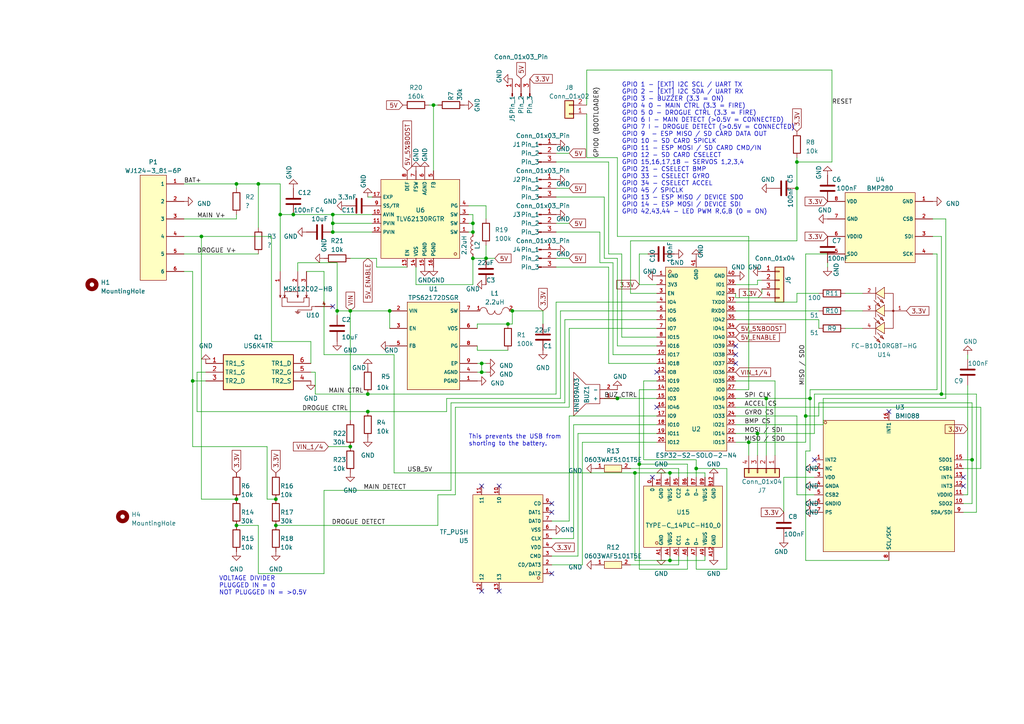
<source format=kicad_sch>
(kicad_sch (version 20231120) (generator "eeschema") (generator_version "8.0")
  (paper "A4")
  (junction (at 137.16 67.31))
  (junction (at 137.16 74.93))
  (junction (at 97.79 90.17))
  (junction (at 234.95 115.57))
  (junction (at 139.7 107.95))
  (junction (at 74.93 53.34))
  (junction (at 96.52 64.77))
  (junction (at 113.03 90.17))
  (junction (at 81.28 62.23))
  (junction (at 68.58 152.4))
  (junction (at 55.88 110.49))
  (junction (at 222.25 115.57))
  (junction (at 201.93 135.89))
  (junction (at 184.15 137.16))
  (junction (at 233.68 120.65))
  (junction (at 85.09 62.23))
  (junction (at 148.59 90.17))
  (junction (at 137.16 64.77))
  (junction (at 147.32 93.98))
  (junction (at 219.71 125.73))
  (junction (at 281.94 133.35))
  (junction (at 139.7 105.41))
  (junction (at 179.07 115.57))
  (junction (at 194.31 137.16))
  (junction (at 80.01 144.78))
  (junction (at 231.14 54.61))
  (junction (at 80.01 152.4))
  (junction (at 106.68 119.38))
  (junction (at 96.52 62.23))
  (junction (at 140.97 74.93))
  (junction (at 185.42 134.62))
  (junction (at 101.6 129.54))
  (junction (at 58.42 68.58))
  (junction (at 194.31 162.56))
  (junction (at 273.05 114.3))
  (junction (at 68.58 144.78))
  (junction (at 101.6 90.17))
  (junction (at 68.58 53.34))
  (junction (at 96.52 67.31))
  (junction (at 231.14 46.99))
  (junction (at 106.68 114.3))
  (junction (at 217.17 128.27))
  (junction (at 125.73 30.48))
  (no_connect (at 189.23 138.43))
  (no_connect (at 279.4 138.43))
  (no_connect (at 279.4 140.97))
  (no_connect (at 160.02 146.05))
  (no_connect (at 213.36 100.33))
  (no_connect (at 139.7 171.45))
  (no_connect (at 190.5 118.11))
  (no_connect (at 213.36 102.87))
  (no_connect (at 160.02 166.37))
  (no_connect (at 236.22 133.35))
  (no_connect (at 190.5 107.95))
  (no_connect (at 144.78 171.45))
  (no_connect (at 213.36 105.41))
  (no_connect (at 139.7 140.97))
  (no_connect (at 144.78 140.97))
  (no_connect (at 96.52 88.9))
  (no_connect (at 160.02 148.59))
  (no_connect (at 257.81 119.38))
  (wire (pts (xy 179.07 115.57) (xy 190.5 115.57)))
  (wire (pts (xy 93.98 142.24) (xy 130.81 142.24)))
  (wire (pts (xy 194.31 162.56) (xy 184.15 162.56)))
  (wire (pts (xy 166.37 156.21) (xy 166.37 123.19)))
  (wire (pts (xy 233.68 130.81) (xy 233.68 162.56)))
  (wire (pts (xy 140.97 63.5) (xy 140.97 59.69)))
  (wire (pts (xy 165.1 118.11) (xy 165.1 95.25)))
  (wire (pts (xy 162.56 90.17) (xy 190.5 90.17)))
  (wire (pts (xy 231.14 46.99) (xy 231.14 54.61)))
  (wire (pts (xy 186.69 110.49) (xy 186.69 133.35)))
  (wire (pts (xy 196.85 135.89) (xy 196.85 138.43)))
  (wire (pts (xy 138.43 101.6) (xy 138.43 100.33)))
  (wire (pts (xy 74.93 166.37) (xy 74.93 152.4)))
  (wire (pts (xy 222.25 115.57) (xy 234.95 115.57)))
  (wire (pts (xy 161.29 77.47) (xy 176.53 77.47)))
  (wire (pts (xy 238.76 115.57) (xy 274.32 115.57)))
  (wire (pts (xy 175.26 115.57) (xy 179.07 115.57)))
  (wire (pts (xy 234.95 130.81) (xy 233.68 130.81)))
  (wire (pts (xy 220.98 86.36) (xy 213.36 86.36)))
  (wire (pts (xy 233.68 73.66) (xy 240.03 73.66)))
  (wire (pts (xy 170.18 33.02) (xy 170.18 45.72)))
  (wire (pts (xy 182.88 135.89) (xy 196.85 135.89)))
  (wire (pts (xy 236.22 114.3) (xy 273.05 114.3)))
  (wire (pts (xy 165.1 74.93) (xy 161.29 74.93)))
  (wire (pts (xy 160.02 156.21) (xy 166.37 156.21)))
  (wire (pts (xy 273.05 68.58) (xy 270.51 68.58)))
  (wire (pts (xy 55.88 129.54) (xy 77.47 129.54)))
  (wire (pts (xy 271.78 113.03) (xy 271.78 73.66)))
  (wire (pts (xy 185.42 113.03) (xy 185.42 134.62)))
  (wire (pts (xy 241.3 20.32) (xy 241.3 46.99)))
  (wire (pts (xy 106.68 57.15) (xy 107.95 57.15)))
  (wire (pts (xy 86.36 78.74) (xy 86.36 76.2)))
  (wire (pts (xy 224.79 110.49) (xy 213.36 110.49)))
  (wire (pts (xy 236.22 114.3) (xy 236.22 125.73)))
  (wire (pts (xy 184.15 137.16) (xy 194.31 137.16)))
  (wire (pts (xy 217.17 128.27) (xy 217.17 132.08)))
  (wire (pts (xy 139.7 105.41) (xy 138.43 105.41)))
  (wire (pts (xy 91.44 107.95) (xy 90.17 107.95)))
  (wire (pts (xy 95.25 129.54) (xy 101.6 129.54)))
  (wire (pts (xy 167.64 161.29) (xy 167.64 125.73)))
  (wire (pts (xy 53.34 68.58) (xy 58.42 68.58)))
  (wire (pts (xy 185.42 134.62) (xy 185.42 165.1)))
  (wire (pts (xy 201.93 133.35) (xy 201.93 135.89)))
  (wire (pts (xy 58.42 144.78) (xy 68.58 144.78)))
  (wire (pts (xy 147.32 101.6) (xy 138.43 101.6)))
  (wire (pts (xy 190.5 113.03) (xy 185.42 113.03)))
  (wire (pts (xy 219.71 125.73) (xy 236.22 125.73)))
  (wire (pts (xy 280.67 102.87) (xy 280.67 104.14)))
  (wire (pts (xy 176.53 77.47) (xy 176.53 105.41)))
  (wire (pts (xy 74.93 53.34) (xy 81.28 53.34)))
  (wire (pts (xy 59.69 110.49) (xy 55.88 110.49)))
  (wire (pts (xy 165.1 95.25) (xy 190.5 95.25)))
  (wire (pts (xy 175.26 74.93) (xy 179.07 74.93)))
  (wire (pts (xy 219.71 81.28) (xy 220.98 81.28)))
  (wire (pts (xy 137.16 74.93) (xy 140.97 74.93)))
  (wire (pts (xy 130.81 142.24) (xy 130.81 116.84)))
  (wire (pts (xy 201.93 161.29) (xy 201.93 165.1)))
  (wire (pts (xy 170.18 30.48) (xy 170.18 20.32)))
  (wire (pts (xy 140.97 71.12) (xy 140.97 74.93)))
  (wire (pts (xy 204.47 138.43) (xy 204.47 137.16)))
  (wire (pts (xy 127 152.4) (xy 127 143.51)))
  (wire (pts (xy 160.02 151.13) (xy 165.1 151.13)))
  (wire (pts (xy 179.07 74.93) (xy 179.07 100.33)))
  (wire (pts (xy 210.82 135.89) (xy 201.93 135.89)))
  (wire (pts (xy 148.59 90.17) (xy 157.48 90.17)))
  (wire (pts (xy 162.56 115.57) (xy 129.54 115.57)))
  (wire (pts (xy 250.19 95.25) (xy 245.11 95.25)))
  (wire (pts (xy 109.22 77.47) (xy 118.11 77.47)))
  (wire (pts (xy 57.15 119.38) (xy 106.68 119.38)))
  (wire (pts (xy 219.71 125.73) (xy 219.71 132.08)))
  (wire (pts (xy 227.33 148.59) (xy 227.33 138.43)))
  (wire (pts (xy 270.51 63.5) (xy 274.32 63.5)))
  (wire (pts (xy 137.16 74.93) (xy 137.16 82.55)))
  (wire (pts (xy 139.7 105.41) (xy 139.7 107.95)))
  (wire (pts (xy 279.4 135.89) (xy 284.48 135.89)))
  (wire (pts (xy 194.31 137.16) (xy 194.31 138.43)))
  (wire (pts (xy 90.17 99.06) (xy 90.17 105.41)))
  (wire (pts (xy 204.47 137.16) (xy 194.31 137.16)))
  (wire (pts (xy 213.36 86.36) (xy 213.36 85.09)))
  (wire (pts (xy 177.8 76.2) (xy 173.99 76.2)))
  (wire (pts (xy 148.59 93.98) (xy 147.32 93.98)))
  (wire (pts (xy 240.03 77.47) (xy 240.03 76.2)))
  (wire (pts (xy 175.26 57.15) (xy 175.26 74.93)))
  (wire (pts (xy 179.07 68.58) (xy 179.07 45.72)))
  (wire (pts (xy 210.82 165.1) (xy 210.82 135.89)))
  (wire (pts (xy 279.4 146.05) (xy 281.94 146.05)))
  (wire (pts (xy 227.33 138.43) (xy 236.22 138.43)))
  (wire (pts (xy 113.03 90.17) (xy 113.03 95.25)))
  (wire (pts (xy 173.99 76.2) (xy 173.99 67.31)))
  (wire (pts (xy 109.22 74.93) (xy 109.22 77.47)))
  (wire (pts (xy 68.58 53.34) (xy 68.58 54.61)))
  (wire (pts (xy 91.44 114.3) (xy 106.68 114.3)))
  (wire (pts (xy 233.68 73.66) (xy 233.68 120.65)))
  (wire (pts (xy 279.4 148.59) (xy 283.21 148.59)))
  (wire (pts (xy 257.81 162.56) (xy 233.68 162.56)))
  (wire (pts (xy 220.98 83.82) (xy 220.98 85.09)))
  (wire (pts (xy 165.1 151.13) (xy 165.1 120.65)))
  (wire (pts (xy 68.58 53.34) (xy 74.93 53.34)))
  (wire (pts (xy 162.56 90.17) (xy 162.56 115.57)))
  (wire (pts (xy 182.88 163.83) (xy 196.85 163.83)))
  (wire (pts (xy 58.42 68.58) (xy 78.74 68.58)))
  (wire (pts (xy 237.49 116.84) (xy 237.49 120.65)))
  (wire (pts (xy 279.4 143.51) (xy 280.67 143.51)))
  (wire (pts (xy 132.08 143.51) (xy 132.08 118.11)))
  (wire (pts (xy 281.94 146.05) (xy 281.94 133.35)))
  (wire (pts (xy 140.97 59.69) (xy 135.89 59.69)))
  (wire (pts (xy 237.49 120.65) (xy 233.68 120.65)))
  (wire (pts (xy 97.79 90.17) (xy 97.79 91.44)))
  (wire (pts (xy 204.47 162.56) (xy 204.47 161.29)))
  (wire (pts (xy 96.52 67.31) (xy 96.52 64.77)))
  (wire (pts (xy 165.1 64.77) (xy 161.29 64.77)))
  (wire (pts (xy 231.14 87.63) (xy 213.36 87.63)))
  (wire (pts (xy 93.98 142.24) (xy 93.98 166.37)))
  (wire (pts (xy 120.65 77.47) (xy 120.65 82.55)))
  (wire (pts (xy 281.94 116.84) (xy 237.49 116.84)))
  (wire (pts (xy 165.1 44.45) (xy 161.29 44.45)))
  (wire (pts (xy 217.17 128.27) (xy 233.68 128.27)))
  (wire (pts (xy 163.83 116.84) (xy 163.83 92.71)))
  (wire (pts (xy 97.79 90.17) (xy 101.6 90.17)))
  (wire (pts (xy 199.39 165.1) (xy 199.39 161.29)))
  (wire (pts (xy 74.93 152.4) (xy 68.58 152.4)))
  (wire (pts (xy 271.78 73.66) (xy 270.51 73.66)))
  (wire (pts (xy 93.98 166.37) (xy 74.93 166.37)))
  (wire (pts (xy 161.29 57.15) (xy 175.26 57.15)))
  (wire (pts (xy 213.36 128.27) (xy 217.17 128.27)))
  (wire (pts (xy 93.98 78.74) (xy 88.9 78.74)))
  (wire (pts (xy 222.25 115.57) (xy 222.25 132.08)))
  (wire (pts (xy 93.98 102.87) (xy 114.3 102.87)))
  (wire (pts (xy 81.28 62.23) (xy 81.28 78.74)))
  (wire (pts (xy 130.81 116.84) (xy 163.83 116.84)))
  (wire (pts (xy 180.34 73.66) (xy 176.53 73.66)))
  (wire (pts (xy 86.36 76.2) (xy 97.79 76.2)))
  (wire (pts (xy 280.67 111.76) (xy 280.67 143.51)))
  (wire (pts (xy 233.68 128.27) (xy 233.68 120.65)))
  (wire (pts (xy 129.54 119.38) (xy 106.68 119.38)))
  (wire (pts (xy 168.91 128.27) (xy 190.5 128.27)))
  (wire (pts (xy 279.4 133.35) (xy 281.94 133.35)))
  (wire (pts (xy 53.34 73.66) (xy 74.93 73.66)))
  (wire (pts (xy 213.36 125.73) (xy 219.71 125.73)))
  (wire (pts (xy 273.05 114.3) (xy 273.05 68.58)))
  (wire (pts (xy 199.39 138.43) (xy 199.39 134.62)))
  (wire (pts (xy 182.88 69.85) (xy 231.14 69.85)))
  (wire (pts (xy 213.36 90.17) (xy 237.49 90.17)))
  (wire (pts (xy 77.47 144.78) (xy 80.01 144.78)))
  (wire (pts (xy 81.28 62.23) (xy 85.09 62.23)))
  (wire (pts (xy 234.95 113.03) (xy 271.78 113.03)))
  (wire (pts (xy 81.28 53.34) (xy 81.28 62.23)))
  (wire (pts (xy 250.19 90.17) (xy 245.11 90.17)))
  (wire (pts (xy 217.17 113.03) (xy 217.17 68.58)))
  (wire (pts (xy 194.31 161.29) (xy 194.31 162.56)))
  (wire (pts (xy 176.53 105.41) (xy 190.5 105.41)))
  (wire (pts (xy 213.36 120.65) (xy 231.14 120.65)))
  (wire (pts (xy 78.74 99.06) (xy 90.17 99.06)))
  (wire (pts (xy 185.42 165.1) (xy 199.39 165.1)))
  (wire (pts (xy 85.09 62.23) (xy 96.52 62.23)))
  (wire (pts (xy 231.14 45.72) (xy 231.14 46.99)))
  (wire (pts (xy 129.54 115.57) (xy 129.54 119.38)))
  (wire (pts (xy 125.73 30.48) (xy 127 30.48)))
  (wire (pts (xy 140.97 105.41) (xy 139.7 105.41)))
  (wire (pts (xy 190.5 85.09) (xy 182.88 85.09)))
  (wire (pts (xy 132.08 118.11) (xy 165.1 118.11)))
  (wire (pts (xy 234.95 130.81) (xy 234.95 115.57)))
  (wire (pts (xy 96.52 62.23) (xy 96.52 64.77)))
  (wire (pts (xy 135.89 67.31) (xy 137.16 67.31)))
  (wire (pts (xy 138.43 95.25) (xy 138.43 93.98)))
  (wire (pts (xy 250.19 85.09) (xy 245.11 85.09)))
  (wire (pts (xy 114.3 137.16) (xy 114.3 102.87)))
  (wire (pts (xy 219.71 81.28) (xy 219.71 82.55)))
  (wire (pts (xy 140.97 107.95) (xy 139.7 107.95)))
  (wire (pts (xy 274.32 63.5) (xy 274.32 115.57)))
  (wire (pts (xy 231.14 85.09) (xy 231.14 87.63)))
  (wire (pts (xy 157.48 93.98) (xy 157.48 90.17)))
  (wire (pts (xy 161.29 87.63) (xy 161.29 114.3)))
  (wire (pts (xy 80.01 152.4) (xy 127 152.4)))
  (wire (pts (xy 283.21 148.59) (xy 283.21 114.3)))
  (wire (pts (xy 140.97 74.93) (xy 143.51 74.93)))
  (wire (pts (xy 185.42 82.55) (xy 190.5 82.55)))
  (wire (pts (xy 161.29 87.63) (xy 190.5 87.63)))
  (wire (pts (xy 231.14 54.61) (xy 231.14 69.85)))
  (wire (pts (xy 161.29 46.99) (xy 176.53 46.99)))
  (wire (pts (xy 93.98 102.87) (xy 93.98 78.74)))
  (wire (pts (xy 160.02 163.83) (xy 168.91 163.83)))
  (wire (pts (xy 96.52 64.77) (xy 107.95 64.77)))
  (wire (pts (xy 284.48 135.89) (xy 284.48 118.11)))
  (wire (pts (xy 187.96 73.66) (xy 185.42 73.66)))
  (wire (pts (xy 77.47 129.54) (xy 77.47 144.78)))
  (wire (pts (xy 127 143.51) (xy 132.08 143.51)))
  (wire (pts (xy 238.76 123.19) (xy 238.76 115.57)))
  (wire (pts (xy 273.05 114.3) (xy 283.21 114.3)))
  (wire (pts (xy 55.88 110.49) (xy 55.88 78.74)))
  (wire (pts (xy 190.5 110.49) (xy 186.69 110.49)))
  (wire (pts (xy 179.07 100.33) (xy 190.5 100.33)))
  (wire (pts (xy 68.58 62.23) (xy 68.58 63.5)))
  (wire (pts (xy 234.95 115.57) (xy 234.95 113.03)))
  (wire (pts (xy 57.15 119.38) (xy 57.15 107.95)))
  (wire (pts (xy 201.93 135.89) (xy 201.93 138.43)))
  (wire (pts (xy 137.16 62.23) (xy 135.89 62.23)))
  (wire (pts (xy 101.6 90.17) (xy 113.03 90.17)))
  (wire (pts (xy 114.3 137.16) (xy 184.15 137.16)))
  (wire (pts (xy 177.8 102.87) (xy 177.8 76.2)))
  (wire (pts (xy 167.64 125.73) (xy 190.5 125.73)))
  (wire (pts (xy 194.31 162.56) (xy 204.47 162.56)))
  (wire (pts (xy 91.44 114.3) (xy 91.44 107.95)))
  (wire (pts (xy 241.3 46.99) (xy 231.14 46.99)))
  (wire (pts (xy 217.17 68.58) (xy 179.07 68.58)))
  (wire (pts (xy 170.18 45.72) (xy 179.07 45.72)))
  (wire (pts (xy 170.18 20.32) (xy 241.3 20.32)))
  (wire (pts (xy 57.15 107.95) (xy 59.69 107.95)))
  (wire (pts (xy 201.93 165.1) (xy 210.82 165.1)))
  (wire (pts (xy 219.71 82.55) (xy 213.36 82.55)))
  (wire (pts (xy 166.37 123.19) (xy 190.5 123.19)))
  (wire (pts (xy 53.34 63.5) (xy 68.58 63.5)))
  (wire (pts (xy 237.49 85.09) (xy 231.14 85.09)))
  (wire (pts (xy 173.99 67.31) (xy 161.29 67.31)))
  (wire (pts (xy 125.73 30.48) (xy 125.73 49.53)))
  (wire (pts (xy 180.34 97.79) (xy 180.34 73.66)))
  (wire (pts (xy 284.48 118.11) (xy 213.36 118.11)))
  (wire (pts (xy 213.36 115.57) (xy 222.25 115.57)))
  (wire (pts (xy 176.53 73.66) (xy 176.53 46.99)))
  (wire (pts (xy 213.36 123.19) (xy 238.76 123.19)))
  (wire (pts (xy 96.52 62.23) (xy 107.95 62.23)))
  (wire (pts (xy 163.83 92.71) (xy 190.5 92.71)))
  (wire (pts (xy 137.16 67.31) (xy 137.16 64.77)))
  (wire (pts (xy 55.88 78.74) (xy 53.34 78.74)))
  (wire (pts (xy 165.1 54.61) (xy 161.29 54.61)))
  (wire (pts (xy 165.1 120.65) (xy 190.5 120.65)))
  (wire (pts (xy 196.85 163.83) (xy 196.85 161.29)))
  (wire (pts (xy 184.15 162.56) (xy 184.15 137.16)))
  (wire (pts (xy 120.65 82.55) (xy 137.16 82.55)))
  (wire (pts (xy 199.39 134.62) (xy 185.42 134.62)))
  (wire (pts (xy 139.7 107.95) (xy 138.43 107.95)))
  (wire (pts (xy 213.36 113.03) (xy 217.17 113.03)))
  (wire (pts (xy 180.34 97.79) (xy 190.5 97.79)))
  (wire (pts (xy 53.34 53.34) (xy 68.58 53.34)))
  (wire (pts (xy 281.94 133.35) (xy 281.94 116.84)))
  (wire (pts (xy 160.02 161.29) (xy 167.64 161.29)))
  (wire (pts (xy 138.43 93.98) (xy 147.32 93.98)))
  (wire (pts (xy 224.79 132.08) (xy 224.79 110.49)))
  (wire (pts (xy 231.14 143.51) (xy 236.22 143.51)))
  (wire (pts (xy 78.74 68.58) (xy 78.74 99.06)))
  (wire (pts (xy 96.52 67.31) (xy 107.95 67.31)))
  (wire (pts (xy 237.49 92.71) (xy 237.49 95.25)))
  (wire (pts (xy 101.6 90.17) (xy 101.6 121.92)))
  (wire (pts (xy 101.6 74.93) (xy 109.22 74.93)))
  (wire (pts (xy 182.88 85.09) (xy 182.88 69.85)))
  (wire (pts (xy 177.8 102.87) (xy 190.5 102.87)))
  (wire (pts (xy 106.68 114.3) (xy 161.29 114.3)))
  (wire (pts (xy 58.42 68.58) (xy 58.42 144.78)))
  (wire (pts (xy 124.46 30.48) (xy 125.73 30.48)))
  (wire (pts (xy 97.79 76.2) (xy 97.79 90.17)))
  (wire (pts (xy 148.59 90.17) (xy 148.59 93.98)))
  (wire (pts (xy 186.69 133.35) (xy 201.93 133.35)))
  (wire (pts (xy 185.42 73.66) (xy 185.42 82.55)))
  (wire (pts (xy 231.14 120.65) (xy 231.14 143.51)))
  (wire (pts (xy 213.36 92.71) (xy 237.49 92.71)))
  (wire (pts (xy 137.16 64.77) (xy 137.16 62.23)))
  (wire (pts (xy 135.89 64.77) (xy 137.16 64.77)))
  (wire (pts (xy 55.88 110.49) (xy 55.88 129.54)))
  (wire (pts (xy 74.93 53.34) (xy 74.93 66.04)))
  (wire (pts (xy 168.91 163.83) (xy 168.91 128.27)))
  (text "This prevents the USB from\nshorting to the battery." (at 135.89 129.54 0) (effects (font (size 1.27 1.27)) (justify left bottom)))
  (text "VOLTAGE DIVIDER\nPLUGGED IN = 0\nNOT PLUGGED IN = >0.5V" (at 63.5 172.72 0) (effects (font (size 1.27 1.27)) (justify left bottom)))
  (text "GPIO 1 - [EXT] I2C SCL / UART TX\nGPIO 2 - [EXT] I2C SDA / UART RX\nGPIO 3 - BUZZER (3.3 = ON)\nGPIO 4 O - MAIN CTRL (3.3 = FIRE)\nGPIO 5 O - DROGUE CTRL (3.3 = FIRE)\nGPIO 6 I - MAIN DETECT (>0.5V = CONNECTED)\nGPIO 7 I - DROGUE DETECT (>0.5V = CONNECTED)\nGPIO 9  - ESP MISO / SD CARD DATA OUT\nGPIO 10 - SD CARD SPICLK\nGPIO 11 - ESP MOSI / SD CARD CMD/IN\nGPIO 12 - SD CARD CSELECT\nGPIO 15,16,17,18 - SERVOS 1,2,3,4\nGPIO 21 - CSELECT BMP\nGPIO 33 - CSELECT GYRO\nGPIO 34 - CSELECT ACCEL\nGPIO 45 / SPICLK\nGPIO 13 - ESP MISO / DEVICE SDO\nGPIO 14 - ESP MOSI / DEVICE SDI\nGPIO 42,43,44 - LED PWM R,G,B (0 = ON)\n" (at 180.34 62.23 0) (effects (font (size 1.27 1.27)) (justify left bottom)))
  (label "MOSI {slash} SDI" (at 215.9 125.73 0))
  (label "DROGUE CTRL" (at 87.63 119.38 0))
  (label "RESET" (at 241.3 30.48 0))
  (label "MAIN V+" (at 57.15 63.5 0))
  (label "MISO {slash} SDO" (at 215.9 128.27 0))
  (label "BAT+" (at 53.34 53.34 0))
  (label "BMP CS" (at 215.9 123.19 0))
  (label "USB_5V" (at 118.11 137.16 0))
  (label "MAIN CTRL" (at 95.25 114.3 0))
  (label "BUZ_CTRL" (at 175.26 115.57 0))
  (label "DROGUE DETECT" (at 111.76 152.4 180))
  (label "ACCEL CS" (at 215.9 118.11 0))
  (label "GYRO CS" (at 215.9 120.65 0))
  (label "MAIN DETECT" (at 105.41 142.24 0))
  (label "SPI CLK" (at 215.9 115.57 0))
  (label "GPIO0 (BOOTLOADER)" (at 173.99 45.72 90))
  (label "MISO {slash} SDO" (at 233.68 111.76 90))
  (label "DROGUE V+" (at 57.15 73.66 0))
  (global_label "5V_ENABLE" (shape input) (at 106.68 74.93 270) (property "Intersheetrefs" "${INTERSHEET_REFS}" (effects (hide yes))))
  (global_label "3.3V" (shape input) (at 262.89 90.17 0) (property "Intersheetrefs" "${INTERSHEET_REFS}" (effects (hide yes))))
  (global_label "3.3V" (shape input) (at 231.14 38.1 90) (property "Intersheetrefs" "${INTERSHEET_REFS}" (effects (hide yes))))
  (global_label "5V_ENABLE" (shape input) (at 213.36 97.79 0) (property "Intersheetrefs" "${INTERSHEET_REFS}" (effects (hide yes))))
  (global_label "3.3V" (shape input) (at 240.03 58.42 180) (property "Intersheetrefs" "${INTERSHEET_REFS}" (effects (hide yes))))
  (global_label "3.3V" (shape input) (at 153.67 22.86 0) (property "Intersheetrefs" "${INTERSHEET_REFS}" (effects (hide yes))))
  (global_label "5V" (shape input) (at 143.51 74.93 0) (property "Intersheetrefs" "${INTERSHEET_REFS}" (effects (hide yes))))
  (global_label "5V" (shape input) (at 151.13 22.86 90) (property "Intersheetrefs" "${INTERSHEET_REFS}" (effects (hide yes))))
  (global_label "5V" (shape input) (at 165.1 74.93 0) (property "Intersheetrefs" "${INTERSHEET_REFS}" (effects (hide yes))))
  (global_label "3.3V" (shape input) (at 240.03 68.58 180) (property "Intersheetrefs" "${INTERSHEET_REFS}" (effects (hide yes))))
  (global_label "5V" (shape input) (at 165.1 54.61 0) (property "Intersheetrefs" "${INTERSHEET_REFS}" (effects (hide yes))))
  (global_label "3.3V" (shape input) (at 160.02 158.75 0) (property "Intersheetrefs" "${INTERSHEET_REFS}" (effects (hide yes))))
  (global_label "5V_5%BOOST" (shape input) (at 118.11 49.53 90) (property "Intersheetrefs" "${INTERSHEET_REFS}" (effects (hide yes))))
  (global_label "VIN_1{slash}4" (shape input) (at 213.36 107.95 0) (property "Intersheetrefs" "${INTERSHEET_REFS}" (effects (hide yes))))
  (global_label "5V" (shape input) (at 116.84 30.48 180) (property "Intersheetrefs" "${INTERSHEET_REFS}" (effects (hide yes))))
  (global_label "3.3V" (shape input) (at 280.67 124.46 180) (property "Intersheetrefs" "${INTERSHEET_REFS}" (effects (hide yes))))
  (global_label "5V" (shape input) (at 165.1 64.77 0) (property "Intersheetrefs" "${INTERSHEET_REFS}" (effects (hide yes))))
  (global_label "3.3V" (shape input) (at 185.42 82.55 180) (property "Intersheetrefs" "${INTERSHEET_REFS}" (effects (hide yes))))
  (global_label "3.3V" (shape input) (at 220.98 85.09 180) (property "Intersheetrefs" "${INTERSHEET_REFS}" (effects (hide yes))))
  (global_label "3.3V" (shape input) (at 227.33 148.59 180) (property "Intersheetrefs" "${INTERSHEET_REFS}" (effects (hide yes))))
  (global_label "3.3V" (shape input) (at 68.58 137.16 90) (property "Intersheetrefs" "${INTERSHEET_REFS}" (effects (hide yes))))
  (global_label "3.3V" (shape input) (at 80.01 137.16 90) (property "Intersheetrefs" "${INTERSHEET_REFS}" (effects (hide yes))))
  (global_label "5V_5%BOOST" (shape input) (at 213.36 95.25 0) (property "Intersheetrefs" "${INTERSHEET_REFS}" (effects (hide yes))))
  (global_label "VIN" (shape input) (at 101.6 90.17 90) (property "Intersheetrefs" "${INTERSHEET_REFS}" (effects (hide yes))))
  (global_label "3.3V" (shape input) (at 157.48 90.17 90) (property "Intersheetrefs" "${INTERSHEET_REFS}" (effects (hide yes))))
  (global_label "5V" (shape input) (at 165.1 44.45 0) (property "Intersheetrefs" "${INTERSHEET_REFS}" (effects (hide yes))))
  (global_label "VIN_1{slash}4" (shape input) (at 95.25 129.54 180) (property "Intersheetrefs" "${INTERSHEET_REFS}" (effects (hide yes))))
  (symbol (lib_id "power:GND") (at 213.36 80.01 90) (unit 1)
    (property "Reference" "#PWR010" (effects (hide yes)))
    (property "Value" "GND" (at 212.09 77.47 90) (effects (justify right)))
  )
  (symbol (lib_id "power:GND") (at 80.01 160.02 0) (unit 1)
    (property "Reference" "#PWR049" (effects (hide yes)))
    (property "Value" "GND" (at 80.01 165.1 0))
  )
  (symbol (lib_id "Connector:Conn_01x03_Pin") (at 156.21 74.93 0) (unit 1)
    (property "Reference" "J4" (at 149.86 72.39 0))
    (property "Value" "Conn_01x03_Pin" (at 157.48 69.85 0))
    (property "Footprint" "Connector_PinHeader_2.54mm:PinHeader_1x03_P2.54mm_Vertical" (effects (hide yes)))
  )
  (symbol (lib_id "power:GND") (at 53.34 58.42 90) (unit 1)
    (property "Reference" "#PWR02" (effects (hide yes)))
    (property "Value" "GND" (at 57.15 59.055 90) (effects (justify right)))
  )
  (symbol (lib_id "polaris-sym:TLV62130RGTR") (at 121.92 63.5 180) (unit 1)
    (property "Reference" "U6" (at 121.92 60.96 0))
    (property "Value" "TLV62130RGTR" (at 121.92 63.5 0))
    (property "Footprint" "polaris-fp:QFN-16_L3.0-W3.0-P0.50-TL-EP" (effects (hide yes)))
    (property "Datasheet" "https://item.szlcsc.com/58158.html" (effects (hide yes)))
    (property "LCSC" "C122479" (effects (hide yes)))
  )
  (symbol (lib_id "power:GND") (at 223.52 54.61 270) (unit 1)
    (property "Reference" "#PWR025" (effects (hide yes)))
    (property "Value" "GND" (at 224.79 52.07 90) (effects (justify right)))
  )
  (symbol (lib_id "power:GND") (at 236.22 148.59 270) (unit 1)
    (property "Reference" "#PWR032" (effects (hide yes)))
    (property "Value" "GND" (at 237.49 148.59 90) (effects (justify right)))
  )
  (symbol (lib_id "power:GND") (at 106.68 106.68 180) (unit 1)
    (property "Reference" "#PWR023" (effects (hide yes)))
    (property "Value" "GND" (at 104.14 106.68 0))
  )
  (symbol (lib_id "power:GND") (at 123.19 77.47 0) (unit 1)
    (property "Reference" "#PWR04" (effects (hide yes)))
    (property "Value" "GND" (at 123.19 81.28 0))
  )
  (symbol (lib_id "power:GND") (at 207.01 161.29 0) (unit 1)
    (property "Reference" "#PWR044" (effects (hide yes)))
    (property "Value" "GND" (at 207.01 166.37 0))
  )
  (symbol (lib_id "Device:R") (at 140.97 67.31 0) (unit 1)
    (property "Reference" "R19" (at 143.51 66.675 0) (effects (justify left)))
    (property "Value" "100k" (at 143.51 69.215 0) (effects (justify left)))
    (property "Footprint" "Resistor_SMD:R_0603_1608Metric" (effects (hide yes)))
  )
  (symbol (lib_id "power:GND") (at 240.03 63.5 270) (unit 1)
    (property "Reference" "#PWR06" (effects (hide yes)))
    (property "Value" "GND" (at 241.3 60.96 90) (effects (justify right)))
  )
  (symbol (lib_id "Connector_Generic:Conn_01x04") (at 226.06 81.28 0) (unit 1)
    (property "Reference" "J6" (at 228.6 81.28 90))
    (property "Value" "Conn_01x04" (at 224.79 74.93 0))
    (property "Footprint" "Connector_PinHeader_2.54mm:PinHeader_1x04_P2.54mm_Vertical" (effects (hide yes)))
  )
  (symbol (lib_id "Device:C") (at 191.77 73.66 90) (unit 1)
    (property "Reference" "C10" (at 189.23 76.2 0) (effects (justify left)))
    (property "Value" "100nF" (at 194.31 76.2 0) (effects (justify left)))
    (property "Footprint" "Capacitor_SMD:C_0402_1005Metric" (effects (hide yes)))
  )
  (symbol (lib_id "polaris-sym:BMI088") (at 257.81 140.97 0) (unit 1)
    (property "Reference" "U3" (at 259.6309 118.11 0) (effects (justify left)))
    (property "Value" "BMI088" (at 259.6309 120.65 0) (effects (justify left)))
    (property "Footprint" "polaris-fp:LGA-16_L4.5-W3.0-P0.50-BL" (effects (hide yes)))
    (property "Datasheet" "https://item.szlcsc.com/202245.html" (effects (hide yes)))
    (property "LCSC" "C194919" (effects (hide yes)))
  )
  (symbol (lib_id "power:GND") (at 101.6 137.16 0) (unit 1)
    (property "Reference" "#PWR050" (effects (hide yes)))
    (property "Value" "GND" (at 101.6 142.24 0))
  )
  (symbol (lib_id "power:GND") (at 236.22 140.97 270) (unit 1)
    (property "Reference" "#PWR09" (effects (hide yes)))
    (property "Value" "GND" (at 237.49 140.97 90) (effects (justify right)))
  )
  (symbol (lib_id "power:GND") (at 270.51 58.42 90) (unit 1)
    (property "Reference" "#PWR07" (effects (hide yes)))
    (property "Value" "GND" (at 274.32 59.055 90) (effects (justify right)))
  )
  (symbol (lib_id "power:GND") (at 100.33 59.69 270) (unit 1)
    (property "Reference" "#PWR055" (effects (hide yes)))
    (property "Value" "GND" (at 97.79 58.42 90) (effects (justify right)))
  )
  (symbol (lib_id "Device:R") (at 241.3 95.25 270) (unit 1)
    (property "Reference" "R9" (at 241.3 95.25 90))
    (property "Value" "51" (at 236.22 96.52 90))
    (property "Footprint" "Resistor_SMD:R_0603_1608Metric" (effects (hide yes)))
  )
  (symbol (lib_id "power:GND") (at 172.72 163.83 270) (unit 1)
    (property "Reference" "#PWR045" (effects (hide yes)))
    (property "Value" "GND" (at 168.91 164.465 90) (effects (justify right)))
  )
  (symbol (lib_id "power:GND") (at 191.77 161.29 0) (unit 1)
    (property "Reference" "#PWR041" (effects (hide yes)))
    (property "Value" "GND" (at 191.77 166.37 0))
  )
  (symbol (lib_id "power:GND") (at 85.09 54.61 180) (unit 1)
    (property "Reference" "#PWR056" (effects (hide yes)))
    (property "Value" "GND" (at 83.82 52.07 90) (effects (justify right)))
  )
  (symbol (lib_id "polaris-sym:ESP32-S2-SOLO-2-N4") (at 201.93 104.14 0) (unit 1)
    (property "Reference" "U2" (at 201.93 124.46 0))
    (property "Value" "ESP32-S2-SOLO-2-N4" (at 201.93 132.08 0))
    (property "Footprint" "polaris-fp:WIRELM-SMD_ESP32-S3-WROOM-1" (effects (hide yes)))
    (property "Datasheet" "https://www.mouser.cn/datasheet/2/891/Espressif_ESP32_S3_WROOM_1_1U_Preliminary-2530171.pdf" (effects (hide yes)))
    (property "LCSC" "C3040594" (effects (hide yes)))
  )
  (symbol (lib_id "power:GND") (at 68.58 160.02 0) (unit 1)
    (property "Reference" "#PWR048" (effects (hide yes)))
    (property "Value" "GND" (at 68.58 165.1 0))
  )
  (symbol (lib_id "Device:C") (at 92.71 67.31 270) (unit 1)
    (property "Reference" "C4" (at 92.71 60.96 90))
    (property "Value" "10uF" (at 92.71 63.5 90))
    (property "Footprint" "Capacitor_SMD:C_0805_2012Metric" (effects (hide yes)))
  )
  (symbol (lib_id "power:GND") (at 236.22 135.89 270) (unit 1)
    (property "Reference" "#PWR029" (effects (hide yes)))
    (property "Value" "GND" (at 237.49 135.89 90) (effects (justify right)))
  )
  (symbol (lib_id "Device:R") (at 101.6 133.35 0) (unit 1)
    (property "Reference" "R23" (at 96.52 133.35 0) (effects (justify left)))
    (property "Value" "10k" (at 96.52 135.89 0) (effects (justify left)))
    (property "Footprint" "Resistor_SMD:R_0603_1608Metric" (effects (hide yes)))
  )
  (symbol (lib_id "power:GND") (at 97.79 99.06 0) (unit 1)
    (property "Reference" "#PWR016" (effects (hide yes)))
    (property "Value" "GND" (at 101.6 101.6 0))
  )
  (symbol (lib_id "power:GND") (at 191.77 138.43 180) (unit 1)
    (property "Reference" "#PWR043" (effects (hide yes)))
    (property "Value" "GND" (at 191.77 134.62 0))
  )
  (symbol (lib_id "Mechanical:MountingHole") (at 26.67 82.55 0) (unit 1)
    (property "Reference" "H1" (at 29.21 81.915 0) (effects (justify left)))
    (property "Value" "MountingHole" (at 29.21 84.455 0) (effects (justify left)))
    (property "Footprint" "MountingHole:MountingHole_3.2mm_M3_Pad" (effects (hide yes)))
  )
  (symbol (lib_id "polaris-sym:FC-B1010RGBT-HG") (at 255.27 90.17 180) (unit 1)
    (property "Reference" "U14" (at 256.413 102.87 0))
    (property "Value" "FC-B1010RGBT-HG" (at 256.413 100.33 0))
    (property "Footprint" "polaris-fp:LED-ARRAY-SMD_4P-L1.0-W1.0-TR-RD" (effects (hide yes)))
    (property "Datasheet" "https://item.szlcsc.com/169447.html" (effects (hide yes)))
    (property "LCSC" "C158099" (effects (hide yes)))
  )
  (symbol (lib_id "Connector:Conn_01x03_Pin") (at 151.13 27.94 90) (unit 1)
    (property "Reference" "J5" (at 148.59 34.29 0))
    (property "Value" "Conn_01x03_Pin" (at 151.13 16.51 90))
    (property "Footprint" "Connector_PinHeader_2.54mm:PinHeader_1x03_P2.54mm_Vertical" (effects (hide yes)))
  )
  (symbol (lib_id "Connector:Conn_01x03_Pin") (at 156.21 54.61 0) (unit 1)
    (property "Reference" "J2" (at 149.86 52.07 0))
    (property "Value" "Conn_01x03_Pin" (at 157.48 49.53 0))
    (property "Footprint" "Connector_PinHeader_2.54mm:PinHeader_1x03_P2.54mm_Vertical" (effects (hide yes)))
  )
  (symbol (lib_id "power:GND") (at 59.69 105.41 180) (unit 1)
    (property "Reference" "#PWR058" (effects (hide yes)))
    (property "Value" "GND" (at 59.69 100.33 0))
  )
  (symbol (lib_id "Device:C") (at 240.03 72.39 0) (unit 1)
    (property "Reference" "C7" (at 241.3 69.85 0) (effects (justify left)))
    (property "Value" "100nF" (at 240.03 74.93 0) (effects (justify left)))
    (property "Footprint" "Capacitor_SMD:C_0402_1005Metric" (effects (hide yes)))
  )
  (symbol (lib_id "polaris-sym:WJ124-3_81-6P") (at 48.26 66.04 0) (unit 1)
    (property "Reference" "P1" (at 44.45 46.99 0))
    (property "Value" "WJ124-3_81-6P" (at 44.45 49.53 0))
    (property "Footprint" "polaris-fp:CONN-TH_6P-P3.81_WJ124-3.81-6P" (effects (hide yes)))
    (property "Datasheet" "https://item.szlcsc.com/70904.html" (effects (hide yes)))
    (property "LCSC" "C69810" (effects (hide yes)))
  )
  (symbol (lib_id "Device:R") (at 68.58 58.42 0) (unit 1)
    (property "Reference" "R2" (at 71.12 57.1499 0) (effects (justify left)))
    (property "Value" "?" (at 71.12 59.6899 0) (effects (justify left)))
    (property "Footprint" "Resistor_SMD:R_0603_1608Metric" (effects (hide yes)))
  )
  (symbol (lib_id "power:GND") (at 161.29 72.39 90) (unit 1)
    (property "Reference" "#PWR037" (effects (hide yes)))
    (property "Value" "GND" (at 161.29 73.66 90) (effects (justify right)))
  )
  (symbol (lib_id "power:GND") (at 195.58 73.66 90) (unit 1)
    (property "Reference" "#PWR047" (effects (hide yes)))
    (property "Value" "GND" (at 194.31 76.2 90) (effects (justify right)))
  )
  (symbol (lib_id "Device:R") (at 80.01 140.97 0) (unit 1)
    (property "Reference" "R16" (at 81.28 140.97 0) (effects (justify left)))
    (property "Value" "10k" (at 81.28 143.51 0) (effects (justify left)))
    (property "Footprint" "Resistor_SMD:R_0603_1608Metric" (effects (hide yes)))
  )
  (symbol (lib_id "Connector_Generic:Conn_01x02") (at 165.1 33.02 180) (unit 1) (in_bom no)
    (property "Reference" "J8" (at 165.1 25.4 0))
    (property "Value" "Conn_01x02" (at 165.1 27.94 0))
    (property "Footprint" "Connector_PinHeader_2.54mm:PinHeader_1x02_P2.54mm_Vertical" (effects (hide yes)))
  )
  (symbol (lib_id "Connector:Conn_01x03_Pin") (at 156.21 64.77 0) (unit 1)
    (property "Reference" "J3" (at 149.86 62.23 0))
    (property "Value" "Conn_01x03_Pin" (at 157.48 59.69 0))
    (property "Footprint" "Connector_PinHeader_2.54mm:PinHeader_1x03_P2.54mm_Vertical" (effects (hide yes)))
  )
  (symbol (lib_id "Device:R") (at 120.65 30.48 90) (unit 1)
    (property "Reference" "R20" (at 120.65 25.4 90))
    (property "Value" "160k" (at 120.65 27.94 90))
    (property "Footprint" "Resistor_SMD:R_0603_1608Metric" (effects (hide yes)))
  )
  (symbol (lib_id "power:GND") (at 120.65 49.53 180) (unit 1)
    (property "Reference" "#PWR053" (effects (hide yes)))
    (property "Value" "GND" (at 120.65 46.99 90) (effects (justify right)))
  )
  (symbol (lib_id "Device:C") (at 104.14 59.69 90) (unit 1)
    (property "Reference" "C11" (at 101.0118 60.9648 90))
    (property "Value" "3.3nF" (at 100.6931 57.204 90))
    (property "Footprint" "Capacitor_SMD:C_0402_1005Metric" (effects (hide yes)))
  )
  (symbol (lib_id "polaris-sym:BMP280") (at 255.27 66.04 0) (unit 1)
    (property "Reference" "U4" (at 255.27 52.07 0))
    (property "Value" "BMP280" (at 255.27 54.61 0))
    (property "Footprint" "polaris-fp:LGA-8_L2.5-W2.0-P0.65_AMP6127" (effects (hide yes)))
    (property "Datasheet" "https://cn.bing.com/search?q=datasheet%3A+%20AMP6127" (effects (hide yes)))
    (property "LCSC" "C83291" (effects (hide yes)))
  )
  (symbol (lib_id "power:GND") (at 157.48 101.6 0) (unit 1)
    (property "Reference" "#PWR017" (effects (hide yes)))
    (property "Value" "GND" (at 157.48 106.68 0))
  )
  (symbol (lib_id "power:GND") (at 280.67 102.87 180) (unit 1)
    (property "Reference" "#PWR031" (effects (hide yes)))
    (property "Value" "GND" (at 279.4 99.06 0) (effects (justify right)))
  )
  (symbol (lib_id "power:GND") (at 172.72 135.89 270) (unit 1)
    (property "Reference" "#PWR046" (effects (hide yes)))
    (property "Value" "GND" (at 168.91 136.525 90) (effects (justify right)))
  )
  (symbol (lib_id "power:GND") (at 240.03 77.47 0) (unit 1)
    (property "Reference" "#PWR028" (effects (hide yes)))
    (property "Value" "GND" (at 242.57 76.2 90) (effects (justify right)))
  )
  (symbol (lib_id "Device:R") (at 74.93 69.85 0) (unit 1)
    (property "Reference" "R3" (at 77.47 68.5799 0) (effects (justify left)))
    (property "Value" "?" (at 77.47 71.1199 0) (effects (justify left)))
    (property "Footprint" "Resistor_SMD:R_0603_1608Metric" (effects (hide yes)))
  )
  (symbol (lib_id "Device:R") (at 68.58 156.21 0) (unit 1)
    (property "Reference" "R15" (at 69.85 156.21 0) (effects (justify left)))
    (property "Value" "10k" (at 69.85 158.75 0) (effects (justify left)))
    (property "Footprint" "Resistor_SMD:R_0603_1608Metric" (effects (hide yes)))
  )
  (symbol (lib_id "Device:R") (at 101.6 125.73 0) (unit 1)
    (property "Reference" "R22" (at 96.52 125.73 0) (effects (justify left)))
    (property "Value" "30k" (at 96.52 128.27 0) (effects (justify left)))
    (property "Footprint" "Resistor_SMD:R_0603_1608Metric" (effects (hide yes)))
  )
  (symbol (lib_id "Device:R") (at 231.14 41.91 180) (unit 1)
    (property "Reference" "R8" (at 233.68 41.275 0) (effects (justify right)))
    (property "Value" "10k" (at 233.68 43.815 0) (effects (justify right)))
    (property "Footprint" "Resistor_SMD:R_0603_1608Metric" (effects (hide yes)))
  )
  (symbol (lib_id "Device:C") (at 97.79 95.25 0) (unit 1)
    (property "Reference" "C2" (at 99.06 92.71 0) (effects (justify left)))
    (property "Value" "10uF" (at 99.06 97.79 0) (effects (justify left)))
    (property "Footprint" "Capacitor_SMD:C_0805_2012Metric" (effects (hide yes)))
  )
  (symbol (lib_id "Device:R") (at 68.58 148.59 0) (unit 1)
    (property "Reference" "R14" (at 69.85 148.59 0) (effects (justify left)))
    (property "Value" "30k" (at 69.85 151.13 0) (effects (justify left)))
    (property "Footprint" "Resistor_SMD:R_0603_1608Metric" (effects (hide yes)))
  )
  (symbol (lib_id "Device:R") (at 97.79 74.93 90) (unit 1)
    (property "Reference" "R21" (at 97.79 69.85 90))
    (property "Value" "10k" (at 97.79 72.39 90))
    (property "Footprint" "Resistor_SMD:R_0603_1608Metric" (effects (hide yes)))
  )
  (symbol (lib_id "polaris-sym:0603WAF5101T5E") (at 177.8 135.89 0) (unit 1)
    (property "Reference" "R13" (at 177.8 130.81 0))
    (property "Value" "0603WAF5101T5E" (at 177.8 133.35 0))
    (property "Footprint" "polaris-fp:R0603" (effects (hide yes)))
    (property "Datasheet" "https://www.mouser.in/datasheet/2/447/PYu_RT_1_to_0_01_RoHS_L_11-1669912.pdf" (effects (hide yes)))
    (property "LCSC" "C23186" (effects (hide yes)))
    (property "Resistance" "5.1kΩ" (effects (hide yes)))
  )
  (symbol (lib_id "Device:R") (at 106.68 123.19 0) (unit 1)
    (property "Reference" "R4" (at 109.22 122.555 0) (effects (justify left)))
    (property "Value" "10k" (at 109.22 125.095 0) (effects (justify left)))
    (property "Footprint" "Resistor_SMD:R_0603_1608Metric" (effects (hide yes)))
  )
  (symbol (lib_id "polaris-sym:MSK12C02-HB") (at 83.82 88.9 0) (unit 1)
    (property "Reference" "U10" (at 92.71 91.44 0) (effects (justify right)))
    (property "Value" "MSK12C02-HB" (at 96.52 83.82 0) (effects (justify right)))
    (property "Footprint" "polaris-fp:SW-TH_MSK12C02-HB-1" (effects (hide yes)))
    (property "Datasheet" "https://atta.szlcsc.com/upload/public/pdf/source/20190925/C431541_43A76A06FD86AD8E3069A6BFECE3ABC5.pdf" (effects (hide yes)))
    (property "LCSC" "C431541" (effects (hide yes)))
  )
  (symbol (lib_id "Device:C") (at 140.97 78.74 0) (unit 1)
    (property "Reference" "C3" (at 140.97 81.28 0) (effects (justify left)))
    (property "Value" "22uF" (at 138.43 76.2 0) (effects (justify left)))
    (property "Footprint" "Capacitor_SMD:C_0603_1608Metric" (effects (hide yes)))
  )
  (symbol (lib_id "Device:C") (at 227.33 152.4 0) (unit 1)
    (property "Reference" "C8" (at 228.6 149.86 0) (effects (justify left)))
    (property "Value" "100nF" (at 227.33 154.94 0) (effects (justify left)))
    (property "Footprint" "Capacitor_SMD:C_0402_1005Metric" (effects (hide yes)))
  )
  (symbol (lib_id "Device:R") (at 147.32 97.79 0) (unit 1)
    (property "Reference" "R1" (at 149.86 97.155 0) (effects (justify left)))
    (property "Value" "100k" (at 149.86 99.695 0) (effects (justify left)))
    (property "Footprint" "Resistor_SMD:R_0603_1608Metric" (effects (hide yes)))
  )
  (symbol (lib_id "power:GND") (at 140.97 105.41 90) (unit 1)
    (property "Reference" "#PWR015" (effects (hide yes)))
    (property "Value" "GND" (at 144.78 106.045 90) (effects (justify right)))
  )
  (symbol (lib_id "polaris-sym:TYPE-C_14PLC-H10_0") (at 198.12 149.86 90) (unit 1)
    (property "Reference" "U15" (at 196.165 148.5535 90) (effects (justify right)))
    (property "Value" "TYPE-C_14PLC-H10_0" (at 187.1728 152.3929 90) (effects (justify right)))
    (property "Footprint" "polaris-fp:USB-C-TH_SHOUHAN_TYPE-C-14PLC-H10.0" (effects (hide yes)))
    (property "Datasheet" "https://atta.szlcsc.com/upload/public/pdf/source/20220627/CFB3153B5198106DD3F3B6B367CF40F3.pdf" (effects (hide yes)))
    (property "LCSC" "C3151746" (effects (hide yes)))
  )
  (symbol (lib_id "Device:R") (at 130.81 30.48 90) (unit 1)
    (property "Reference" "R7" (at 130.81 29.21 0) (effects (justify left)))
    (property "Value" "30k" (at 133.35 29.21 0) (effects (justify left)))
    (property "Footprint" "Resistor_SMD:R_0603_1608Metric" (effects (hide yes)))
  )
  (symbol (lib_id "power:GND") (at 90.17 110.49 0) (unit 1)
    (property "Reference" "#PWR057" (effects (hide yes)))
    (property "Value" "GND" (at 90.17 115.57 0))
  )
  (symbol (lib_id "polaris-sym:TF_PUSH") (at 149.86 156.21 180) (unit 1)
    (property "Reference" "U5" (at 135.89 156.845 0) (effects (justify left)))
    (property "Value" "TF_PUSH" (at 135.89 154.305 0) (effects (justify left)))
    (property "Footprint" "polaris-fp:TF-SMD_TF-PUSH" (effects (hide yes)))
    (property "Datasheet" "https://item.szlcsc.com/372553.html" (effects (hide yes)))
    (property "LCSC" "C393941" (effects (hide yes)))
  )
  (symbol (lib_id "Device:R") (at 106.68 110.49 0) (unit 1)
    (property "Reference" "R5" (at 110.49 109.22 0) (effects (justify left)))
    (property "Value" "10k" (at 109.22 112.395 0) (effects (justify left)))
    (property "Footprint" "Resistor_SMD:R_0603_1608Metric" (effects (hide yes)))
  )
  (symbol (lib_id "US6K4TR:US6K4TR") (at 59.69 105.41 0) (unit 1)
    (property "Reference" "Q1" (at 74.93 97.79 0))
    (property "Value" "US6K4TR" (at 74.93 100.33 0))
    (property "Footprint" "US6K4TR" (effects (hide yes)))
    (property "Datasheet" "https://fscdn.rohm.com/en/products/databook/datasheet/discrete/transistor/mosfet/us6k4.pdf" (effects (hide yes)))
    (property "Description" "Mosfet Array 2 N-Channel (Dual) 20V 1.5A 1W Surface Mount TUMT6" (effects (hide yes)))
    (property "Height" "0.85" (effects (hide yes)))
    (property "Mouser Part Number" "755-US6K4TR" (effects (hide yes)))
    (property "Mouser Price/Stock" "https://www.mouser.co.uk/ProductDetail/ROHM-Semiconductor/US6K4TR?qs=IJ4m%2FCjbxWe5W6oP8dNQeg%3D%3D" (effects (hide yes)))
    (property "Manufacturer_Name" "ROHM Semiconductor" (effects (hide yes)))
    (property "Manufacturer_Part_Number" "US6K4TR" (effects (hide yes)))
  )
  (symbol (lib_id "polaris-sym:TPS62172DSGR") (at 125.73 100.33 0) (unit 1)
    (property "Reference" "U1" (at 125.73 83.82 0))
    (property "Value" "TPS62172DSGR" (at 125.73 86.36 0))
    (property "Footprint" "polaris-fp:WSON-8_L2.0-W2.0-P0.50-TL-EP" (effects (hide yes)))
    (property "Datasheet" "https://www.ti.com/cn/lit/ds/symlink/tps61021a.pdf?ts=1620961904170" (effects (hide yes)))
    (property "LCSC" "C59873" (effects (hide yes)))
  )
  (symbol (lib_id "power:GND") (at 236.22 146.05 270) (unit 1)
    (property "Reference" "#PWR08" (effects (hide yes)))
    (property "Value" "GND" (at 237.49 146.05 90) (effects (justify right)))
  )
  (symbol (lib_name "Conn_01x04_1") (lib_id "Connector_Generic:Conn_01x04") (at 222.25 137.16 270) (unit 1)
    (property "Reference" "J7" (at 220.98 142.24 90))
    (property "Value" "Conn_01x04" (at 220.98 139.7 90))
    (property "Footprint" "Connector_PinHeader_2.54mm:PinHeader_1x04_P2.54mm_Vertical" (effects (hide yes)))
  )
  (symbol (lib_id "Device:C") (at 240.03 54.61 180) (unit 1)
    (property "Reference" "C6" (at 241.3 52.07 0) (effects (justify right)))
    (property "Value" "100nF" (at 242.57 54.61 0) (effects (justify right)))
    (property "Footprint" "Capacitor_SMD:C_0402_1005Metric" (effects (hide yes)))
  )
  (symbol (lib_id "power:GND") (at 140.97 82.55 270) (unit 1)
    (property "Reference" "#PWR051" (effects (hide yes)))
    (property "Value" "GND" (at 137.16 83.82 90))
  )
  (symbol (lib_id "power:GND") (at 179.07 113.03 180) (unit 1)
    (property "Reference" "#PWR026" (effects (hide yes)))
    (property "Value" "GND" (at 177.8 109.22 0) (effects (justify right)))
  )
  (symbol (lib_id "polaris-sym:SWPA3015S2R2MT") (at 143.51 90.17 0) (unit 1)
    (property "Reference" "L1" (at 143.51 85.09 0))
    (property "Value" "2.2uH" (at 143.51 87.63 0))
    (property "Footprint" "polaris-fp:IND-SMD_L3.0-W3.0" (effects (hide yes)))
    (property "Datasheet" "https://item.szlcsc.com/87252.html" (effects (hide yes)))
    (property "LCSC" "C43389" (effects (hide yes)))
    (property "Inductance" "2.2uH" (effects (hide yes)))
  )
  (symbol (lib_id "power:GND") (at 161.29 41.91 90) (unit 1)
    (property "Reference" "#PWR034" (effects (hide yes)))
    (property "Value" "GND" (at 161.29 43.18 90) (effects (justify right)))
  )
  (symbol (lib_id "power:GND") (at 161.29 52.07 90) (unit 1)
    (property "Reference" "#PWR035" (effects (hide yes)))
    (property "Value" "GND" (at 161.29 53.34 90) (effects (justify right)))
  )
  (symbol (lib_id "Device:R") (at 68.58 140.97 0) (unit 1)
    (property "Reference" "R6" (at 69.85 140.97 0) (effects (justify left)))
    (property "Value" "10k" (at 69.85 143.51 0) (effects (justify left)))
    (property "Footprint" "Resistor_SMD:R_0603_1608Metric" (effects (hide yes)))
  )
  (symbol (lib_id "power:GND") (at 123.19 49.53 180) (unit 1)
    (property "Reference" "#PWR018" (effects (hide yes)))
    (property "Value" "GND" (at 123.218 44.8922 90))
  )
  (symbol (lib_id "power:GND") (at 201.93 74.9299 180) (unit 1)
    (property "Reference" "#PWR05" (effects (hide yes)))
    (property "Value" "GND" (at 203.2 74.9299 90) (effects (justify right)))
  )
  (symbol (lib_id "Device:C") (at 227.33 54.61 270) (unit 1)
    (property "Reference" "C5" (at 229.2033 50.4816 0) (effects (justify left)))
    (property "Value" "100nF" (at 229.2791 54.1947 0) (effects (justify left)))
    (property "Footprint" "Capacitor_SMD:C_0402_1005Metric" (effects (hide yes)))
  )
  (symbol (lib_id "Device:R") (at 80.01 156.21 0) (unit 1)
    (property "Reference" "R18" (at 81.28 156.21 0) (effects (justify left)))
    (property "Value" "10k" (at 81.28 158.75 0) (effects (justify left)))
    (property "Footprint" "Resistor_SMD:R_0603_1608Metric" (effects (hide yes)))
  )
  (symbol (lib_id "power:GND") (at 134.62 30.48 90) (unit 1)
    (property "Reference" "#PWR020" (effects (hide yes)))
    (property "Value" "GND" (at 138.43 30.48 0))
  )
  (symbol (lib_id "power:GND") (at 190.5 80.01 270) (unit 1)
    (property "Reference" "#PWR040" (effects (hide yes)))
    (property "Value" "GND" (at 190.5 78.74 90) (effects (justify right)))
  )
  (symbol (lib_id "power:GND") (at 160.02 153.67 90) (unit 1)
    (property "Reference" "#PWR033" (effects (hide yes)))
    (property "Value" "GND" (at 162.56 153.67 90) (effects (justify right)))
  )
  (symbol (lib_id "power:GND") (at 125.73 77.47 0) (unit 1)
    (property "Reference" "#PWR011" (effects (hide yes)))
    (property "Value" "GND" (at 127 81.28 0))
  )
  (symbol (lib_id "power:GND") (at 227.33 156.21 0) (unit 1)
    (property "Reference" "#PWR030" (effects (hide yes)))
    (property "Value" "GND" (at 228.6 160.02 0) (effects (justify right)))
  )
  (symbol (lib_id "Device:C") (at 85.09 58.42 0) (unit 1)
    (property "Reference" "C12" (at 86.36 55.88 0) (effects (justify left)))
    (property "Value" "100nF" (at 85.09 60.96 0) (effects (justify left)))
    (property "Footprint" "Capacitor_SMD:C_0402_1005Metric" (effects (hide yes)))
  )
  (symbol (lib_id "polaris-sym:0603WAF5101T5E") (at 177.8 163.83 0) (unit 1)
    (property "Reference" "R12" (at 177.8 158.75 0))
    (property "Value" "0603WAF5101T5E" (at 177.8 161.29 0))
    (property "Footprint" "polaris-fp:R0603" (effects (hide yes)))
    (property "Datasheet" "https://www.mouser.in/datasheet/2/447/PYu_RT_1_to_0_01_RoHS_L_11-1669912.pdf" (effects (hide yes)))
    (property "LCSC" "C23186" (effects (hide yes)))
    (property "Resistance" "5.1kΩ" (effects (hide yes)))
  )
  (symbol (lib_id "Device:R") (at 241.3 85.09 270) (unit 1)
    (property "Reference" "R11" (at 241.3 85.09 90))
    (property "Value" "100" (at 236.22 86.36 90))
    (property "Footprint" "Resistor_SMD:R_0603_1608Metric" (effects (hide yes)))
  )
  (symbol (lib_id "power:GND") (at 207.01 138.43 180) (unit 1)
    (property "Reference" "#PWR042" (effects (hide yes)))
    (property "Value" "GND" (at 207.01 134.62 0))
  )
  (symbol (lib_id "Device:R") (at 80.01 148.59 0) (unit 1)
    (property "Reference" "R17" (at 81.28 148.59 0) (effects (justify left)))
    (property "Value" "30k" (at 81.28 151.13 0) (effects (justify left)))
    (property "Footprint" "Resistor_SMD:R_0603_1608Metric" (effects (hide yes)))
  )
  (symbol (lib_id "Device:C") (at 157.48 97.79 0) (unit 1)
    (property "Reference" "C1" (at 157.48 100.33 0) (effects (justify left)))
    (property "Value" "22uF" (at 155.0246 95.7745 0) (effects (justify left)))
    (property "Footprint" "Capacitor_SMD:C_0603_1608Metric" (effects (hide yes)))
  )
  (symbol (lib_id "Device:R") (at 241.3 90.17 270) (unit 1)
    (property "Reference" "R10" (at 241.3 90.17 90))
    (property "Value" "51" (at 236.22 91.44 90))
    (property "Footprint" "Resistor_SMD:R_0603_1608Metric" (effects (hide yes)))
  )
  (symbol (lib_id "Mechanical:MountingHole") (at 35.56 149.86 0) (unit 1)
    (property "Reference" "H4" (at 38.1 149.225 0) (effects (justify left)))
    (property "Value" "MountingHole" (at 38.1 151.765 0) (effects (justify left)))
    (property "Footprint" "MountingHole:MountingHole_3.2mm_M3_Pad" (effects (hide yes)))
  )
  (symbol (lib_id "Device:L") (at 137.16 71.12 180) (unit 1)
    (property "Reference" "L2" (at 138.43 71.12 90))
    (property "Value" "2.2uH" (at 134.62 71.12 90))
    (property "Footprint" "polaris-fp:IND-SMD_L4.0-W4.0" (effects (hide yes)))
  )
  (symbol (lib_id "polaris-sym:HNB09A03") (at 173.99 115.57 0) (unit 1)
    (property "Reference" "BUZ1" (at 170.18 111.76 90) (effects (justify right)))
    (property "Value" "HNB09A03" (at 167.2488 109.529 90) (effects (justify right)))
    (property "Footprint" "polaris-fp:BUZ-TH_BD9.0-P5.00-D0.6-FD" (effects (hide yes)))
    (property "Datasheet" "https://item.szlcsc.com/97306.html" (effects (hide yes)))
    (property "LCSC" "C96102" (effects (hide yes)))
    (property "Frequency" "3kHz" (effects (hide yes)))
  )
  (symbol (lib_id "power:GND") (at 138.43 110.49 90) (unit 1)
    (property "Reference" "#PWR013" (effects (hide yes)))
    (property "Value" "GND" (at 142.24 111.125 90) (effects (justify right)))
  )
  (symbol (lib_id "power:GND") (at 106.68 127 0) (unit 1)
    (property "Reference" "#PWR024" (effects (hide yes)))
    (property "Value" "GND" (at 106.68 132.08 0))
  )
  (symbol (lib_id "power:GND") (at 161.29 62.23 90) (unit 1)
    (property "Reference" "#PWR036" (effects (hide yes)))
    (property "Value" "GND" (at 161.29 63.5 90) (effects (justify right)))
  )
  (symbol (lib_id "power:GND") (at 113.03 100.33 270) (unit 1)
    (property "Reference" "#PWR014" (effects (hide yes)))
    (property "Value" "GND" (at 115.57 101.6 90) (effects (justify right)))
  )
  (symbol (lib_id "power:GND") (at 220.98 78.74 270) (unit 1)
    (property "Reference" "#PWR039" (effects (hide yes)))
    (property "Value" "GND" (at 220.98 77.47 90) (effects (justify right)))
  )
  (symbol (lib_id "power:GND") (at 148.59 22.86 270) (unit 1)
    (property "Reference" "#PWR038" (effects (hide yes)))
    (property "Value" "GND" (at 144.78 24.13 0) (effects (justify right)))
  )
  (symbol (lib_id "power:GND") (at 88.9 67.31 270) (unit 1)
    (property "Reference" "#PWR052" (effects (hide yes)))
    (property "Value" "GND" (at 86.36 68.58 90) (effects (justify right)))
  )
  (symbol (lib_id "power:GND") (at 140.97 107.95 90) (unit 1)
    (property "Reference" "#PWR012" (effects (hide yes)))
    (property "Value" "GND" (at 144.78 108.585 90) (effects (justify right)))
  )
  (symbol (lib_id "power:GND") (at 93.98 74.93 270) (unit 1)
    (property "Reference" "#PWR019" (effects (hide yes)))
    (property "Value" "GND" (at 93.98 71.12 0))
  )
  (symbol (lib_id "Connector:Conn_01x03_Pin") (at 156.21 44.45 0) (unit 1)
    (property "Reference" "J1" (at 149.86 41.91 0))
    (property "Value" "Conn_01x03_Pin" (at 157.48 39.37 0))
    (property "Footprint" "Connector_PinHeader_2.54mm:PinHeader_1x03_P2.54mm_Vertical" (effects (hide yes)))
  )
  (symbol (lib_id "power:GND") (at 240.03 50.8 180) (unit 1)
    (property "Reference" "#PWR027" (effects (hide yes)))
    (property "Value" "GND" (at 237.49 52.07 90) (effects (justify right)))
  )
  (symbol (lib_id "Device:C") (at 280.67 107.95 180) (unit 1)
    (property "Reference" "C9" (at 279.4 110.49 0) (effects (justify left)))
    (property "Value" "100nF" (at 280.67 105.41 0) (effects (justify right)))
    (property "Footprint" "Capacitor_SMD:C_0402_1005Metric" (effects (hide yes)))
  )
  (symbol (lib_id "power:GND") (at 106.68 57.15 180) (unit 1)
    (property "Reference" "#PWR054" (effects (hide yes)))
    (property "Value" "GND" (at 105.41 54.61 90) (effects (justify right)))
  )
)
</source>
